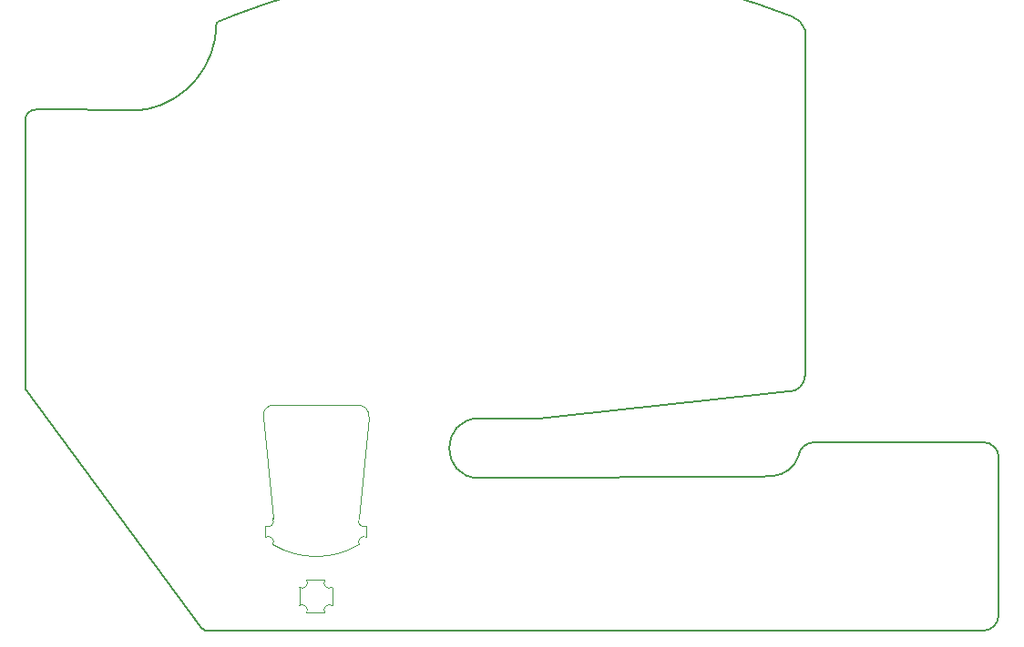
<source format=gbr>
%TF.GenerationSoftware,KiCad,Pcbnew,8.0.2*%
%TF.CreationDate,2024-07-05T21:54:23-05:00*%
%TF.ProjectId,bonsai,626f6e73-6169-42e6-9b69-6361645f7063,v1*%
%TF.SameCoordinates,Original*%
%TF.FileFunction,Profile,NP*%
%FSLAX46Y46*%
G04 Gerber Fmt 4.6, Leading zero omitted, Abs format (unit mm)*
G04 Created by KiCad (PCBNEW 8.0.2) date 2024-07-05 21:54:23*
%MOMM*%
%LPD*%
G01*
G04 APERTURE LIST*
%TA.AperFunction,Profile*%
%ADD10C,0.150000*%
%TD*%
%TA.AperFunction,Profile*%
%ADD11C,0.050000*%
%TD*%
%TA.AperFunction,Profile*%
%ADD12C,0.120000*%
%TD*%
G04 APERTURE END LIST*
D10*
X55750000Y-61475000D02*
G75*
G02*
X55750000Y-55925000I0J2775000D01*
G01*
X61266800Y-55925000D02*
X84563099Y-53429499D01*
X31375000Y-19100000D02*
X31450000Y-19050000D01*
X13575000Y-53050000D02*
X13566400Y-52950000D01*
X30250000Y-75650000D02*
X30150000Y-75600000D01*
X13600000Y-53200000D02*
X13575000Y-53050000D01*
X30150000Y-75600000D02*
X29969684Y-75422367D01*
X30399999Y-75688969D02*
X30250000Y-75650000D01*
X13690405Y-53357079D02*
X29969684Y-75422367D01*
X13566400Y-52950000D02*
X13566400Y-28189000D01*
X102583601Y-58133601D02*
G75*
G02*
X104049999Y-59600000I-1J-1466399D01*
G01*
X31341848Y-19159238D02*
G75*
G02*
X24750000Y-27200000I-8199998J-2D01*
G01*
X86029499Y-51963099D02*
G75*
G02*
X84563099Y-53429499I-1466399J-1D01*
G01*
X84853758Y-18540358D02*
G75*
G02*
X86029139Y-19756374I-603758J-1759642D01*
G01*
X61266800Y-55925000D02*
X55750000Y-55925000D01*
X81566400Y-61389000D02*
X55750000Y-61475000D01*
X31341848Y-19159238D02*
X31375000Y-19100000D01*
X104050000Y-59600000D02*
X104029499Y-74213099D01*
X31450000Y-19050000D02*
X32750000Y-18500000D01*
X24174552Y-27229762D02*
X24750000Y-27200000D01*
X13566400Y-28189000D02*
G75*
G02*
X14566400Y-27189000I1000000J0D01*
G01*
X32750000Y-18500000D02*
G75*
G02*
X84853758Y-18540357I26000000J-67000000D01*
G01*
X13690405Y-53357079D02*
X13600000Y-53200000D01*
X104029499Y-74213099D02*
G75*
G02*
X102563099Y-75679499I-1466399J-1D01*
G01*
X102563099Y-75679499D02*
X30399999Y-75688969D01*
X85412179Y-59473559D02*
G75*
G02*
X86850086Y-58152585I1487821J-176441D01*
G01*
X85412178Y-59473559D02*
G75*
G02*
X83067799Y-61281507I-2551478J884559D01*
G01*
X87150000Y-58133601D02*
X102583601Y-58133601D01*
X86029139Y-19756374D02*
X86029499Y-51963099D01*
X86850086Y-58152585D02*
X87150000Y-58133601D01*
X81566400Y-61389000D02*
X83067799Y-61281508D01*
X14566400Y-27189000D02*
X24174552Y-27229762D01*
D11*
%TO.C,U?*%
X35696441Y-55743000D02*
G75*
G02*
X36646440Y-54687752I949998J100001D01*
G01*
X44546440Y-54693000D02*
G75*
G02*
X45496439Y-55748248I0J-955248D01*
G01*
X35696441Y-55743000D02*
X36583240Y-65256000D01*
X44546440Y-54693000D02*
X36646440Y-54687752D01*
X44609639Y-65256001D02*
X45496439Y-55748248D01*
D12*
X35897440Y-66983200D02*
X35897440Y-65941800D01*
X45295440Y-65941800D02*
X45295440Y-66983200D01*
X35897440Y-66983200D02*
G75*
G02*
X36583240Y-67669000I247750J-438050D01*
G01*
X36583240Y-65256000D02*
G75*
G02*
X35897440Y-65941800I-438050J-247750D01*
G01*
D11*
X44609640Y-67669000D02*
G75*
G02*
X36583240Y-67669000I-4013200J6726002D01*
G01*
D12*
X44609640Y-67669000D02*
G75*
G02*
X45295440Y-66983200I438047J247753D01*
G01*
X45295440Y-65941800D02*
G75*
G02*
X44609640Y-65256000I-247753J438047D01*
G01*
X39042400Y-73329200D02*
X39042400Y-71652800D01*
X41404600Y-70967000D02*
X39728200Y-70967000D01*
X41404600Y-74015000D02*
X39728200Y-74015000D01*
X42090400Y-73329200D02*
X42090400Y-71652800D01*
X39042400Y-73329200D02*
G75*
G02*
X39728200Y-74015000I247753J-438047D01*
G01*
X39728200Y-70967000D02*
G75*
G02*
X39042400Y-71652800I-438047J-247753D01*
G01*
X41404600Y-74015000D02*
G75*
G02*
X42090400Y-73329200I438050J247750D01*
G01*
X42090400Y-71652800D02*
G75*
G02*
X41404600Y-70967000I-247750J438050D01*
G01*
%TD*%
M02*

</source>
